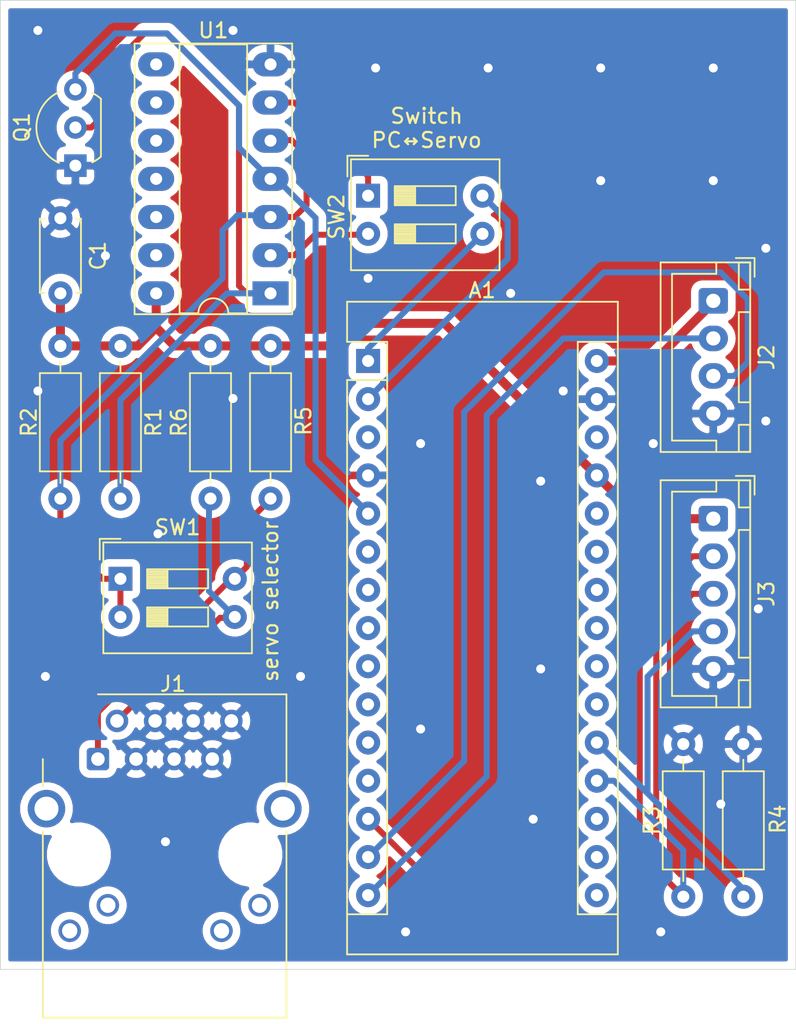
<source format=kicad_pcb>
(kicad_pcb (version 20171130) (host pcbnew "(5.1.5)-2")
  (title_block (title circuit_master_ver.2.0.0) (date 2020-02-28))
  (layers (0 F.Cu signal) (31 B.Cu signal) (34 B.Paste user) (35 F.Paste user) (36 B.SilkS user) (37 F.SilkS user) (38 B.Mask user) (39 F.Mask user) (44 Edge.Cuts user))
  (net 0 "")
  (net 1 "Net-(A1-Pad1)")
  (net 2 "Net-(A1-Pad2)")
  (net 3 /Joystick_x)
  (net 4 GND)
  (net 5 /Joystick_y)
  (net 6 "Net-(A1-Pad5)")
  (net 7 /I2C_SDA)
  (net 8 /+5V)
  (net 9 /I2C_SCL)
  (net 10 /Joystick_Switch)
  (net 11 VCC)
  (net 12 /ICS_OutPut1)
  (net 13 /ICS_OutPut2)
  (net 14 "Net-(R2-Pad1)")
  (net 15 "Net-(Q1-Pad2)")
  (net 16 "Net-(SW2-Pad2)")
  (net 17 "Net-(SW2-Pad1)")
  (module Module:Arduino_Nano (layer F.Cu) (at 59.5 134.5)
    (fp_text reference A1 (at 7.6 -4.7) (layer F.SilkS))
    (fp_text value Arduino_Nano_v3.0)
    (fp_line (start 1.27 1.27) (end 1.27 -1.27) (layer F.SilkS) (width 0.12))
    (fp_line (start 1.27 -1.27) (end -1.4 -1.27) (layer F.SilkS) (width 0.12))
    (fp_line (start -1.4 1.27) (end -1.4 39.5) (layer F.SilkS) (width 0.12))
    (fp_line (start -1.4 -3.94) (end -1.4 -1.27) (layer F.SilkS) (width 0.12))
    (fp_line (start 13.97 -1.27) (end 16.64 -1.27) (layer F.SilkS) (width 0.12))
    (fp_line (start 13.97 -1.27) (end 13.97 36.83) (layer F.SilkS) (width 0.12))
    (fp_line (start 13.97 36.83) (end 16.64 36.83) (layer F.SilkS) (width 0.12))
    (fp_line (start 1.27 1.27) (end -1.4 1.27) (layer F.SilkS) (width 0.12))
    (fp_line (start 1.27 1.27) (end 1.27 36.83) (layer F.SilkS) (width 0.12))
    (fp_line (start 1.27 36.83) (end -1.4 36.83) (layer F.SilkS) (width 0.12))
    (fp_line (start -1.4 39.5) (end 16.64 39.5) (layer F.SilkS) (width 0.12))
    (fp_line (start 16.64 39.5) (end 16.64 -3.94) (layer F.SilkS) (width 0.12))
    (fp_line (start 16.64 -3.94) (end -1.4 -3.94) (layer F.SilkS) (width 0.12))
    (pad 1 thru_hole rect (at 0 0) (size 1.6 1.6) (drill 0.8) (layers *.Cu *.Mask) (net 1 "Net-(A1-Pad1)"))
    (pad 17 thru_hole oval (at 15.24 33.02) (size 1.6 1.6) (drill 0.8) (layers *.Cu *.Mask))
    (pad 2 thru_hole oval (at 0 2.54) (size 1.6 1.6) (drill 0.8) (layers *.Cu *.Mask) (net 2 "Net-(A1-Pad2)"))
    (pad 18 thru_hole oval (at 15.24 30.48) (size 1.6 1.6) (drill 0.8) (layers *.Cu *.Mask))
    (pad 3 thru_hole oval (at 0 5.08) (size 1.6 1.6) (drill 0.8) (layers *.Cu *.Mask))
    (pad 19 thru_hole oval (at 15.24 27.94) (size 1.6 1.6) (drill 0.8) (layers *.Cu *.Mask) (net 3 /Joystick_x))
    (pad 4 thru_hole oval (at 0 7.62) (size 1.6 1.6) (drill 0.8) (layers *.Cu *.Mask) (net 4 GND))
    (pad 20 thru_hole oval (at 15.24 25.4) (size 1.6 1.6) (drill 0.8) (layers *.Cu *.Mask) (net 5 /Joystick_y))
    (pad 5 thru_hole oval (at 0 10.16) (size 1.6 1.6) (drill 0.8) (layers *.Cu *.Mask) (net 6 "Net-(A1-Pad5)"))
    (pad 21 thru_hole oval (at 15.24 22.86) (size 1.6 1.6) (drill 0.8) (layers *.Cu *.Mask))
    (pad 6 thru_hole oval (at 0 12.7) (size 1.6 1.6) (drill 0.8) (layers *.Cu *.Mask))
    (pad 22 thru_hole oval (at 15.24 20.32) (size 1.6 1.6) (drill 0.8) (layers *.Cu *.Mask))
    (pad 7 thru_hole oval (at 0 15.24) (size 1.6 1.6) (drill 0.8) (layers *.Cu *.Mask))
    (pad 23 thru_hole oval (at 15.24 17.78) (size 1.6 1.6) (drill 0.8) (layers *.Cu *.Mask))
    (pad 8 thru_hole oval (at 0 17.78) (size 1.6 1.6) (drill 0.8) (layers *.Cu *.Mask))
    (pad 24 thru_hole oval (at 15.24 15.24) (size 1.6 1.6) (drill 0.8) (layers *.Cu *.Mask))
    (pad 9 thru_hole oval (at 0 20.32) (size 1.6 1.6) (drill 0.8) (layers *.Cu *.Mask))
    (pad 25 thru_hole oval (at 15.24 12.7) (size 1.6 1.6) (drill 0.8) (layers *.Cu *.Mask))
    (pad 10 thru_hole oval (at 0 22.86) (size 1.6 1.6) (drill 0.8) (layers *.Cu *.Mask))
    (pad 26 thru_hole oval (at 15.24 10.16) (size 1.6 1.6) (drill 0.8) (layers *.Cu *.Mask))
    (pad 11 thru_hole oval (at 0 25.4) (size 1.6 1.6) (drill 0.8) (layers *.Cu *.Mask))
    (pad 27 thru_hole oval (at 15.24 7.62) (size 1.6 1.6) (drill 0.8) (layers *.Cu *.Mask) (net 8 /+5V))
    (pad 12 thru_hole oval (at 0 27.94) (size 1.6 1.6) (drill 0.8) (layers *.Cu *.Mask))
    (pad 28 thru_hole oval (at 15.24 5.08) (size 1.6 1.6) (drill 0.8) (layers *.Cu *.Mask))
    (pad 13 thru_hole oval (at 0 30.48) (size 1.6 1.6) (drill 0.8) (layers *.Cu *.Mask) (net 10 /Joystick_Switch))
    (pad 29 thru_hole oval (at 15.24 2.54) (size 1.6 1.6) (drill 0.8) (layers *.Cu *.Mask) (net 4 GND))
    (pad 14 thru_hole oval (at 0 33.02) (size 1.6 1.6) (drill 0.8) (layers *.Cu *.Mask) (net 7 /I2C_SDA))
    (pad 30 thru_hole oval (at 15.24 0) (size 1.6 1.6) (drill 0.8) (layers *.Cu *.Mask) (net 11 VCC))
    (pad 15 thru_hole oval (at 0 35.56) (size 1.6 1.6) (drill 0.8) (layers *.Cu *.Mask) (net 9 /I2C_SCL))
    (pad 16 thru_hole oval (at 15.24 35.56) (size 1.6 1.6) (drill 0.8) (layers *.Cu *.Mask))
  )
  (module Capacitor_THT:C_Disc_D4.7mm_W2.5mm_P5.00mm (layer F.Cu) (at 39 125 270)
    (fp_text reference C1 (at 2.5 -2.5 90) (layer F.SilkS))
    (fp_text value 0.1)
    (fp_line (start 0.03 -1.37) (end 4.97 -1.37) (layer F.SilkS) (width 0.12))
    (fp_line (start 0.03 1.37) (end 4.97 1.37) (layer F.SilkS) (width 0.12))
    (fp_line (start 0.03 -1.37) (end 0.03 -1.055) (layer F.SilkS) (width 0.12))
    (fp_line (start 0.03 1.055) (end 0.03 1.37) (layer F.SilkS) (width 0.12))
    (fp_line (start 4.97 -1.37) (end 4.97 -1.055) (layer F.SilkS) (width 0.12))
    (fp_line (start 4.97 1.055) (end 4.97 1.37) (layer F.SilkS) (width 0.12))
    (pad 1 thru_hole circle (at 0 0 270) (size 1.6 1.6) (drill 0.8) (layers *.Cu *.Mask) (net 4 GND))
    (pad 2 thru_hole circle (at 5 0 270) (size 1.6 1.6) (drill 0.8) (layers *.Cu *.Mask) (net 8 /+5V))
  )
  (module Connector_RJ:RJ45_Cetus_J1B1211CCD_Horizontal (layer F.Cu) (at 41.5 161)
    (fp_text reference J1 (at 5 -5) (layer F.SilkS))
    (fp_text value 8P8C_LED)
    (fp_line (start 0 -4.31) (end 12.56 -4.31) (layer F.SilkS) (width 0.12))
    (fp_line (start 12.56 -4.31) (end 12.56 1.81) (layer F.SilkS) (width 0.12))
    (fp_line (start -3.67 0) (end -3.67 1.81) (layer F.SilkS) (width 0.12))
    (fp_line (start -3.67 4.8) (end -3.67 17.21) (layer F.SilkS) (width 0.12))
    (fp_line (start 12.56 17.21) (end -3.67 17.21) (layer F.SilkS) (width 0.12))
    (fp_line (start 12.56 4.79) (end 12.56 17.21) (layer F.SilkS) (width 0.12))
    (pad "" np_thru_hole circle (at 10.16 6.35) (size 3.25 3.25) (drill 3.25) (layers *.Cu *.Mask))
    (pad "" np_thru_hole circle (at -1.27 6.35) (size 3.25 3.25) (drill 3.25) (layers *.Cu *.Mask))
    (pad 1 thru_hole roundrect (at 0 0) (size 1.5 1.5) (drill 0.9) (layers *.Cu *.Mask) (roundrect_rratio 0.167) (net 12 /ICS_OutPut1))
    (pad 2 thru_hole circle (at 1.27 -2.54) (size 1.5 1.5) (drill 0.9) (layers *.Cu *.Mask) (net 13 /ICS_OutPut2))
    (pad 3 thru_hole circle (at 2.54 0) (size 1.5 1.5) (drill 0.9) (layers *.Cu *.Mask) (net 4 GND))
    (pad 4 thru_hole circle (at 3.81 -2.54) (size 1.5 1.5) (drill 0.9) (layers *.Cu *.Mask) (net 4 GND))
    (pad 5 thru_hole circle (at 5.08 0) (size 1.5 1.5) (drill 0.9) (layers *.Cu *.Mask) (net 4 GND))
    (pad 6 thru_hole circle (at 6.35 -2.54) (size 1.5 1.5) (drill 0.9) (layers *.Cu *.Mask) (net 4 GND))
    (pad 7 thru_hole circle (at 7.62 0) (size 1.5 1.5) (drill 0.9) (layers *.Cu *.Mask) (net 4 GND))
    (pad 13 thru_hole circle (at -3.43 3.3) (size 2.5 2.5) (drill 1.6) (layers *.Cu *.Mask))
    (pad 8 thru_hole circle (at 8.89 -2.54) (size 1.5 1.5) (drill 0.9) (layers *.Cu *.Mask) (net 4 GND))
    (pad 13 thru_hole circle (at 12.32 3.3) (size 2.5 2.5) (drill 1.6) (layers *.Cu *.Mask))
    (pad 9 thru_hole circle (at -1.88 11.43) (size 1.5 1.5) (drill 1.02) (layers *.Cu *.Mask))
    (pad 10 thru_hole circle (at 0.66 9.73) (size 1.5 1.5) (drill 1.02) (layers *.Cu *.Mask))
    (pad 12 thru_hole circle (at 10.77 9.73) (size 1.5 1.5) (drill 1.02) (layers *.Cu *.Mask))
    (pad 11 thru_hole circle (at 8.23 11.43) (size 1.5 1.5) (drill 1.02) (layers *.Cu *.Mask))
  )
  (module Connector_JST:JST_XH_B4B-XH-A_1x04_P2.50mm_Vertical (layer F.Cu) (at 82.5 130.5 270)
    (fp_text reference J2 (at 3.75 -3.55 90) (layer F.SilkS))
    (fp_text value Conn_XH4p)
    (fp_line (start -2.56 -2.46) (end -2.56 3.51) (layer F.SilkS) (width 0.12))
    (fp_line (start -2.56 3.51) (end 10.06 3.51) (layer F.SilkS) (width 0.12))
    (fp_line (start 10.06 3.51) (end 10.06 -2.46) (layer F.SilkS) (width 0.12))
    (fp_line (start 10.06 -2.46) (end -2.56 -2.46) (layer F.SilkS) (width 0.12))
    (fp_line (start 0.75 -2.45) (end 0.75 -1.7) (layer F.SilkS) (width 0.12))
    (fp_line (start 0.75 -1.7) (end 6.75 -1.7) (layer F.SilkS) (width 0.12))
    (fp_line (start 6.75 -1.7) (end 6.75 -2.45) (layer F.SilkS) (width 0.12))
    (fp_line (start 6.75 -2.45) (end 0.75 -2.45) (layer F.SilkS) (width 0.12))
    (fp_line (start -2.55 -2.45) (end -2.55 -1.7) (layer F.SilkS) (width 0.12))
    (fp_line (start -2.55 -1.7) (end -0.75 -1.7) (layer F.SilkS) (width 0.12))
    (fp_line (start -0.75 -1.7) (end -0.75 -2.45) (layer F.SilkS) (width 0.12))
    (fp_line (start -0.75 -2.45) (end -2.55 -2.45) (layer F.SilkS) (width 0.12))
    (fp_line (start 8.25 -2.45) (end 8.25 -1.7) (layer F.SilkS) (width 0.12))
    (fp_line (start 8.25 -1.7) (end 10.05 -1.7) (layer F.SilkS) (width 0.12))
    (fp_line (start 10.05 -1.7) (end 10.05 -2.45) (layer F.SilkS) (width 0.12))
    (fp_line (start 10.05 -2.45) (end 8.25 -2.45) (layer F.SilkS) (width 0.12))
    (fp_line (start -2.55 -0.2) (end -1.8 -0.2) (layer F.SilkS) (width 0.12))
    (fp_line (start -1.8 -0.2) (end -1.8 2.75) (layer F.SilkS) (width 0.12))
    (fp_line (start -1.8 2.75) (end 3.75 2.75) (layer F.SilkS) (width 0.12))
    (fp_line (start 10.05 -0.2) (end 9.3 -0.2) (layer F.SilkS) (width 0.12))
    (fp_line (start 9.3 -0.2) (end 9.3 2.75) (layer F.SilkS) (width 0.12))
    (fp_line (start 9.3 2.75) (end 3.75 2.75) (layer F.SilkS) (width 0.12))
    (fp_line (start -1.6 -2.75) (end -2.85 -2.75) (layer F.SilkS) (width 0.12))
    (fp_line (start -2.85 -2.75) (end -2.85 -1.5) (layer F.SilkS) (width 0.12))
    (pad 1 thru_hole roundrect (at 0 0 270) (size 1.7 1.95) (drill 0.95) (layers *.Cu *.Mask) (roundrect_rratio 0.147059) (net 11 VCC))
    (pad 2 thru_hole oval (at 2.5 0 270) (size 1.7 1.95) (drill 0.95) (layers *.Cu *.Mask) (net 9 /I2C_SCL))
    (pad 3 thru_hole oval (at 5 0 270) (size 1.7 1.95) (drill 0.95) (layers *.Cu *.Mask) (net 7 /I2C_SDA))
    (pad 4 thru_hole oval (at 7.5 0 270) (size 1.7 1.95) (drill 0.95) (layers *.Cu *.Mask) (net 4 GND))
  )
  (module Connector_JST:JST_XH_B5B-XH-A_1x05_P2.50mm_Vertical (layer F.Cu) (at 82.5 145 270)
    (fp_text reference J3 (at 5 -3.55 90) (layer F.SilkS))
    (fp_text value Conn_XH5p)
    (fp_line (start -2.56 -2.46) (end -2.56 3.51) (layer F.SilkS) (width 0.12))
    (fp_line (start -2.56 3.51) (end 12.56 3.51) (layer F.SilkS) (width 0.12))
    (fp_line (start 12.56 3.51) (end 12.56 -2.46) (layer F.SilkS) (width 0.12))
    (fp_line (start 12.56 -2.46) (end -2.56 -2.46) (layer F.SilkS) (width 0.12))
    (fp_line (start 0.75 -2.45) (end 0.75 -1.7) (layer F.SilkS) (width 0.12))
    (fp_line (start 0.75 -1.7) (end 9.25 -1.7) (layer F.SilkS) (width 0.12))
    (fp_line (start 9.25 -1.7) (end 9.25 -2.45) (layer F.SilkS) (width 0.12))
    (fp_line (start 9.25 -2.45) (end 0.75 -2.45) (layer F.SilkS) (width 0.12))
    (fp_line (start -2.55 -2.45) (end -2.55 -1.7) (layer F.SilkS) (width 0.12))
    (fp_line (start -2.55 -1.7) (end -0.75 -1.7) (layer F.SilkS) (width 0.12))
    (fp_line (start -0.75 -1.7) (end -0.75 -2.45) (layer F.SilkS) (width 0.12))
    (fp_line (start -0.75 -2.45) (end -2.55 -2.45) (layer F.SilkS) (width 0.12))
    (fp_line (start 10.75 -2.45) (end 10.75 -1.7) (layer F.SilkS) (width 0.12))
    (fp_line (start 10.75 -1.7) (end 12.55 -1.7) (layer F.SilkS) (width 0.12))
    (fp_line (start 12.55 -1.7) (end 12.55 -2.45) (layer F.SilkS) (width 0.12))
    (fp_line (start 12.55 -2.45) (end 10.75 -2.45) (layer F.SilkS) (width 0.12))
    (fp_line (start -2.55 -0.2) (end -1.8 -0.2) (layer F.SilkS) (width 0.12))
    (fp_line (start -1.8 -0.2) (end -1.8 2.75) (layer F.SilkS) (width 0.12))
    (fp_line (start -1.8 2.75) (end 5 2.75) (layer F.SilkS) (width 0.12))
    (fp_line (start 12.55 -0.2) (end 11.8 -0.2) (layer F.SilkS) (width 0.12))
    (fp_line (start 11.8 -0.2) (end 11.8 2.75) (layer F.SilkS) (width 0.12))
    (fp_line (start 11.8 2.75) (end 5 2.75) (layer F.SilkS) (width 0.12))
    (fp_line (start -1.6 -2.75) (end -2.85 -2.75) (layer F.SilkS) (width 0.12))
    (fp_line (start -2.85 -2.75) (end -2.85 -1.5) (layer F.SilkS) (width 0.12))
    (pad 1 thru_hole roundrect (at 0 0 270) (size 1.7 1.95) (drill 0.95) (layers *.Cu *.Mask) (roundrect_rratio 0.147059) (net 8 /+5V))
    (pad 2 thru_hole oval (at 2.5 0 270) (size 1.7 1.95) (drill 0.95) (layers *.Cu *.Mask) (net 10 /Joystick_Switch))
    (pad 3 thru_hole oval (at 5 0 270) (size 1.7 1.95) (drill 0.95) (layers *.Cu *.Mask) (net 3 /Joystick_x))
    (pad 4 thru_hole oval (at 7.5 0 270) (size 1.7 1.95) (drill 0.95) (layers *.Cu *.Mask) (net 5 /Joystick_y))
    (pad 5 thru_hole oval (at 10 0 270) (size 1.7 1.95) (drill 0.95) (layers *.Cu *.Mask) (net 4 GND))
  )
  (module Package_TO_SOT_THT:TO-92L_Inline_Wide (layer F.Cu) (at 40 121.5 90)
    (fp_text reference Q1 (at 2.54 -3.56 90) (layer F.SilkS))
    (fp_text value DTC114EL)
    (fp_line (start 0.6 1.7) (end 4.45 1.7) (layer F.SilkS) (width 0.12))
    (fp_arc (start 2.54 0) (end 0.6 1.7) (angle 15.44288892) (layer F.SilkS) (width 0.12))
    (fp_arc (start 2.54 0) (end 2.54 -2.6) (angle -65) (layer F.SilkS) (width 0.12))
    (fp_arc (start 2.54 0) (end 2.54 -2.6) (angle 65) (layer F.SilkS) (width 0.12))
    (fp_arc (start 2.54 0) (end 4.45 1.7) (angle -15.88591585) (layer F.SilkS) (width 0.12))
    (pad 2 thru_hole circle (at 2.54 0 180) (size 1.5 1.5) (drill 0.8) (layers *.Cu *.Mask) (net 15 "Net-(Q1-Pad2)"))
    (pad 3 thru_hole circle (at 5.08 0 180) (size 1.5 1.5) (drill 0.8) (layers *.Cu *.Mask) (net 6 "Net-(A1-Pad5)"))
    (pad 1 thru_hole rect (at 0 0 180) (size 1.5 1.5) (drill 0.8) (layers *.Cu *.Mask) (net 4 GND))
  )
  (module Resistor_THT:R_Axial_DIN0207_L6.3mm_D2.5mm_P10.16mm_Horizontal (layer F.Cu) (at 43 143.66 90)
    (fp_text reference R1 (at 5.08 2.2 90) (layer F.SilkS))
    (fp_text value 10k)
    (fp_line (start 1.81 -1.37) (end 1.81 1.37) (layer F.SilkS) (width 0.12))
    (fp_line (start 1.81 1.37) (end 8.35 1.37) (layer F.SilkS) (width 0.12))
    (fp_line (start 8.35 1.37) (end 8.35 -1.37) (layer F.SilkS) (width 0.12))
    (fp_line (start 8.35 -1.37) (end 1.81 -1.37) (layer F.SilkS) (width 0.12))
    (fp_line (start 1.04 0) (end 1.81 0) (layer F.SilkS) (width 0.12))
    (fp_line (start 9.12 0) (end 8.35 0) (layer F.SilkS) (width 0.12))
    (pad 1 thru_hole circle (at 0 0 90) (size 1.6 1.6) (drill 0.8) (layers *.Cu *.Mask) (net 15 "Net-(Q1-Pad2)"))
    (pad 2 thru_hole oval (at 10.16 0 90) (size 1.6 1.6) (drill 0.8) (layers *.Cu *.Mask) (net 8 /+5V))
  )
  (module Resistor_THT:R_Axial_DIN0207_L6.3mm_D2.5mm_P10.16mm_Horizontal (layer F.Cu) (at 39 143.66 90)
    (fp_text reference R2 (at 5.08 -2.1 90) (layer F.SilkS))
    (fp_text value 6.8k)
    (fp_line (start 9.12 0) (end 8.35 0) (layer F.SilkS) (width 0.12))
    (fp_line (start 1.04 0) (end 1.81 0) (layer F.SilkS) (width 0.12))
    (fp_line (start 8.35 -1.37) (end 1.81 -1.37) (layer F.SilkS) (width 0.12))
    (fp_line (start 8.35 1.37) (end 8.35 -1.37) (layer F.SilkS) (width 0.12))
    (fp_line (start 1.81 1.37) (end 8.35 1.37) (layer F.SilkS) (width 0.12))
    (fp_line (start 1.81 -1.37) (end 1.81 1.37) (layer F.SilkS) (width 0.12))
    (pad 2 thru_hole oval (at 10.16 0 90) (size 1.6 1.6) (drill 0.8) (layers *.Cu *.Mask) (net 8 /+5V))
    (pad 1 thru_hole circle (at 0 0 90) (size 1.6 1.6) (drill 0.8) (layers *.Cu *.Mask) (net 14 "Net-(R2-Pad1)"))
  )
  (module Resistor_THT:R_Axial_DIN0207_L6.3mm_D2.5mm_P10.16mm_Horizontal (layer F.Cu) (at 80.5 160 270)
    (fp_text reference R3 (at 5.08 2.1 90) (layer F.SilkS))
    (fp_text value 68)
    (fp_line (start 9.12 0) (end 8.35 0) (layer F.SilkS) (width 0.12))
    (fp_line (start 1.04 0) (end 1.81 0) (layer F.SilkS) (width 0.12))
    (fp_line (start 8.35 -1.37) (end 1.81 -1.37) (layer F.SilkS) (width 0.12))
    (fp_line (start 8.35 1.37) (end 8.35 -1.37) (layer F.SilkS) (width 0.12))
    (fp_line (start 1.81 1.37) (end 8.35 1.37) (layer F.SilkS) (width 0.12))
    (fp_line (start 1.81 -1.37) (end 1.81 1.37) (layer F.SilkS) (width 0.12))
    (pad 2 thru_hole oval (at 10.16 0 270) (size 1.6 1.6) (drill 0.8) (layers *.Cu *.Mask) (net 3 /Joystick_x))
    (pad 1 thru_hole circle (at 0 0 270) (size 1.6 1.6) (drill 0.8) (layers *.Cu *.Mask) (net 4 GND))
  )
  (module Resistor_THT:R_Axial_DIN0207_L6.3mm_D2.5mm_P10.16mm_Horizontal (layer F.Cu) (at 84.5 170.16 90)
    (fp_text reference R4 (at 5.16 2.3 90) (layer F.SilkS))
    (fp_text value 68)
    (fp_line (start 1.81 -1.37) (end 1.81 1.37) (layer F.SilkS) (width 0.12))
    (fp_line (start 1.81 1.37) (end 8.35 1.37) (layer F.SilkS) (width 0.12))
    (fp_line (start 8.35 1.37) (end 8.35 -1.37) (layer F.SilkS) (width 0.12))
    (fp_line (start 8.35 -1.37) (end 1.81 -1.37) (layer F.SilkS) (width 0.12))
    (fp_line (start 1.04 0) (end 1.81 0) (layer F.SilkS) (width 0.12))
    (fp_line (start 9.12 0) (end 8.35 0) (layer F.SilkS) (width 0.12))
    (pad 1 thru_hole circle (at 0 0 90) (size 1.6 1.6) (drill 0.8) (layers *.Cu *.Mask) (net 5 /Joystick_y))
    (pad 2 thru_hole oval (at 10.16 0 90) (size 1.6 1.6) (drill 0.8) (layers *.Cu *.Mask) (net 4 GND))
  )
  (module Resistor_THT:R_Axial_DIN0207_L6.3mm_D2.5mm_P10.16mm_Horizontal (layer F.Cu) (at 53 143.66 90)
    (fp_text reference R5 (at 5.16 2.2 90) (layer F.SilkS))
    (fp_text value 6.8k)
    (fp_line (start 9.12 0) (end 8.35 0) (layer F.SilkS) (width 0.12))
    (fp_line (start 1.04 0) (end 1.81 0) (layer F.SilkS) (width 0.12))
    (fp_line (start 8.35 -1.37) (end 1.81 -1.37) (layer F.SilkS) (width 0.12))
    (fp_line (start 8.35 1.37) (end 8.35 -1.37) (layer F.SilkS) (width 0.12))
    (fp_line (start 1.81 1.37) (end 8.35 1.37) (layer F.SilkS) (width 0.12))
    (fp_line (start 1.81 -1.37) (end 1.81 1.37) (layer F.SilkS) (width 0.12))
    (pad 2 thru_hole oval (at 10.16 0 90) (size 1.6 1.6) (drill 0.8) (layers *.Cu *.Mask) (net 8 /+5V))
    (pad 1 thru_hole circle (at 0 0 90) (size 1.6 1.6) (drill 0.8) (layers *.Cu *.Mask) (net 12 /ICS_OutPut1))
  )
  (module Resistor_THT:R_Axial_DIN0207_L6.3mm_D2.5mm_P10.16mm_Horizontal (layer F.Cu) (at 49 133.5 270)
    (fp_text reference R6 (at 5.08 2.1 90) (layer F.SilkS))
    (fp_text value 6.8k)
    (fp_line (start 1.81 -1.37) (end 1.81 1.37) (layer F.SilkS) (width 0.12))
    (fp_line (start 1.81 1.37) (end 8.35 1.37) (layer F.SilkS) (width 0.12))
    (fp_line (start 8.35 1.37) (end 8.35 -1.37) (layer F.SilkS) (width 0.12))
    (fp_line (start 8.35 -1.37) (end 1.81 -1.37) (layer F.SilkS) (width 0.12))
    (fp_line (start 1.04 0) (end 1.81 0) (layer F.SilkS) (width 0.12))
    (fp_line (start 9.12 0) (end 8.35 0) (layer F.SilkS) (width 0.12))
    (pad 1 thru_hole circle (at 0 0 270) (size 1.6 1.6) (drill 0.8) (layers *.Cu *.Mask) (net 8 /+5V))
    (pad 2 thru_hole oval (at 10.16 0 270) (size 1.6 1.6) (drill 0.8) (layers *.Cu *.Mask) (net 13 /ICS_OutPut2))
  )
  (module Button_Switch_THT:SW_DIP_SPSTx02_Slide_9.78x7.26mm_W7.62mm_P2.54mm (layer F.Cu) (at 43 149)
    (fp_text reference SW1 (at 3.81 -3.42) (layer F.SilkS))
    (fp_text value SW_DIP_x02)
    (fp_line (start -1.14 -2.42) (end 8.76 -2.42) (layer F.SilkS) (width 0.12))
    (fp_line (start -1.14 4.96) (end 8.76 4.96) (layer F.SilkS) (width 0.12))
    (fp_line (start -1.14 -2.42) (end -1.14 4.96) (layer F.SilkS) (width 0.12))
    (fp_line (start 8.76 -2.42) (end 8.76 4.96) (layer F.SilkS) (width 0.12))
    (fp_line (start -1.38 -2.66) (end 0.004 -2.66) (layer F.SilkS) (width 0.12))
    (fp_line (start -1.38 -2.66) (end -1.38 -1.277) (layer F.SilkS) (width 0.12))
    (fp_line (start 1.78 -0.635) (end 1.78 0.635) (layer F.SilkS) (width 0.12))
    (fp_line (start 1.78 0.635) (end 5.84 0.635) (layer F.SilkS) (width 0.12))
    (fp_line (start 5.84 0.635) (end 5.84 -0.635) (layer F.SilkS) (width 0.12))
    (fp_line (start 5.84 -0.635) (end 1.78 -0.635) (layer F.SilkS) (width 0.12))
    (fp_line (start 1.78 -0.515) (end 3.133333 -0.515) (layer F.SilkS) (width 0.12))
    (fp_line (start 1.78 -0.395) (end 3.133333 -0.395) (layer F.SilkS) (width 0.12))
    (fp_line (start 1.78 -0.275) (end 3.133333 -0.275) (layer F.SilkS) (width 0.12))
    (fp_line (start 1.78 -0.155) (end 3.133333 -0.155) (layer F.SilkS) (width 0.12))
    (fp_line (start 1.78 -0.035) (end 3.133333 -0.035) (layer F.SilkS) (width 0.12))
    (fp_line (start 1.78 0.085) (end 3.133333 0.085) (layer F.SilkS) (width 0.12))
    (fp_line (start 1.78 0.205) (end 3.133333 0.205) (layer F.SilkS) (width 0.12))
    (fp_line (start 1.78 0.325) (end 3.133333 0.325) (layer F.SilkS) (width 0.12))
    (fp_line (start 1.78 0.445) (end 3.133333 0.445) (layer F.SilkS) (width 0.12))
    (fp_line (start 1.78 0.565) (end 3.133333 0.565) (layer F.SilkS) (width 0.12))
    (fp_line (start 3.133333 -0.635) (end 3.133333 0.635) (layer F.SilkS) (width 0.12))
    (fp_line (start 1.78 1.905) (end 1.78 3.175) (layer F.SilkS) (width 0.12))
    (fp_line (start 1.78 3.175) (end 5.84 3.175) (layer F.SilkS) (width 0.12))
    (fp_line (start 5.84 3.175) (end 5.84 1.905) (layer F.SilkS) (width 0.12))
    (fp_line (start 5.84 1.905) (end 1.78 1.905) (layer F.SilkS) (width 0.12))
    (fp_line (start 1.78 2.025) (end 3.133333 2.025) (layer F.SilkS) (width 0.12))
    (fp_line (start 1.78 2.145) (end 3.133333 2.145) (layer F.SilkS) (width 0.12))
    (fp_line (start 1.78 2.265) (end 3.133333 2.265) (layer F.SilkS) (width 0.12))
    (fp_line (start 1.78 2.385) (end 3.133333 2.385) (layer F.SilkS) (width 0.12))
    (fp_line (start 1.78 2.505) (end 3.133333 2.505) (layer F.SilkS) (width 0.12))
    (fp_line (start 1.78 2.625) (end 3.133333 2.625) (layer F.SilkS) (width 0.12))
    (fp_line (start 1.78 2.745) (end 3.133333 2.745) (layer F.SilkS) (width 0.12))
    (fp_line (start 1.78 2.865) (end 3.133333 2.865) (layer F.SilkS) (width 0.12))
    (fp_line (start 1.78 2.985) (end 3.133333 2.985) (layer F.SilkS) (width 0.12))
    (fp_line (start 1.78 3.105) (end 3.133333 3.105) (layer F.SilkS) (width 0.12))
    (fp_line (start 3.133333 1.905) (end 3.133333 3.175) (layer F.SilkS) (width 0.12))
    (pad 1 thru_hole rect (at 0 0) (size 1.6 1.6) (drill 0.8) (layers *.Cu *.Mask) (net 14 "Net-(R2-Pad1)"))
    (pad 3 thru_hole oval (at 7.62 2.54) (size 1.6 1.6) (drill 0.8) (layers *.Cu *.Mask) (net 13 /ICS_OutPut2))
    (pad 2 thru_hole oval (at 0 2.54) (size 1.6 1.6) (drill 0.8) (layers *.Cu *.Mask) (net 14 "Net-(R2-Pad1)"))
    (pad 4 thru_hole oval (at 7.62 0) (size 1.6 1.6) (drill 0.8) (layers *.Cu *.Mask) (net 12 /ICS_OutPut1))
  )
  (module Button_Switch_THT:SW_DIP_SPSTx02_Slide_9.78x7.26mm_W7.62mm_P2.54mm (layer F.Cu) (at 59.5 123.5)
    (fp_text reference SW2 (at -2.1 1.4 90) (layer F.SilkS))
    (fp_text value SW_DIP_x02)
    (fp_line (start 3.133333 1.905) (end 3.133333 3.175) (layer F.SilkS) (width 0.12))
    (fp_line (start 1.78 3.105) (end 3.133333 3.105) (layer F.SilkS) (width 0.12))
    (fp_line (start 1.78 2.985) (end 3.133333 2.985) (layer F.SilkS) (width 0.12))
    (fp_line (start 1.78 2.865) (end 3.133333 2.865) (layer F.SilkS) (width 0.12))
    (fp_line (start 1.78 2.745) (end 3.133333 2.745) (layer F.SilkS) (width 0.12))
    (fp_line (start 1.78 2.625) (end 3.133333 2.625) (layer F.SilkS) (width 0.12))
    (fp_line (start 1.78 2.505) (end 3.133333 2.505) (layer F.SilkS) (width 0.12))
    (fp_line (start 1.78 2.385) (end 3.133333 2.385) (layer F.SilkS) (width 0.12))
    (fp_line (start 1.78 2.265) (end 3.133333 2.265) (layer F.SilkS) (width 0.12))
    (fp_line (start 1.78 2.145) (end 3.133333 2.145) (layer F.SilkS) (width 0.12))
    (fp_line (start 1.78 2.025) (end 3.133333 2.025) (layer F.SilkS) (width 0.12))
    (fp_line (start 5.84 1.905) (end 1.78 1.905) (layer F.SilkS) (width 0.12))
    (fp_line (start 5.84 3.175) (end 5.84 1.905) (layer F.SilkS) (width 0.12))
    (fp_line (start 1.78 3.175) (end 5.84 3.175) (layer F.SilkS) (width 0.12))
    (fp_line (start 1.78 1.905) (end 1.78 3.175) (layer F.SilkS) (width 0.12))
    (fp_line (start 3.133333 -0.635) (end 3.133333 0.635) (layer F.SilkS) (width 0.12))
    (fp_line (start 1.78 0.565) (end 3.133333 0.565) (layer F.SilkS) (width 0.12))
    (fp_line (start 1.78 0.445) (end 3.133333 0.445) (layer F.SilkS) (width 0.12))
    (fp_line (start 1.78 0.325) (end 3.133333 0.325) (layer F.SilkS) (width 0.12))
    (fp_line (start 1.78 0.205) (end 3.133333 0.205) (layer F.SilkS) (width 0.12))
    (fp_line (start 1.78 0.085) (end 3.133333 0.085) (layer F.SilkS) (width 0.12))
    (fp_line (start 1.78 -0.035) (end 3.133333 -0.035) (layer F.SilkS) (width 0.12))
    (fp_line (start 1.78 -0.155) (end 3.133333 -0.155) (layer F.SilkS) (width 0.12))
    (fp_line (start 1.78 -0.275) (end 3.133333 -0.275) (layer F.SilkS) (width 0.12))
    (fp_line (start 1.78 -0.395) (end 3.133333 -0.395) (layer F.SilkS) (width 0.12))
    (fp_line (start 1.78 -0.515) (end 3.133333 -0.515) (layer F.SilkS) (width 0.12))
    (fp_line (start 5.84 -0.635) (end 1.78 -0.635) (layer F.SilkS) (width 0.12))
    (fp_line (start 5.84 0.635) (end 5.84 -0.635) (layer F.SilkS) (width 0.12))
    (fp_line (start 1.78 0.635) (end 5.84 0.635) (layer F.SilkS) (width 0.12))
    (fp_line (start 1.78 -0.635) (end 1.78 0.635) (layer F.SilkS) (width 0.12))
    (fp_line (start -1.38 -2.66) (end -1.38 -1.277) (layer F.SilkS) (width 0.12))
    (fp_line (start -1.38 -2.66) (end 0.004 -2.66) (layer F.SilkS) (width 0.12))
    (fp_line (start 8.76 -2.42) (end 8.76 4.96) (layer F.SilkS) (width 0.12))
    (fp_line (start -1.14 -2.42) (end -1.14 4.96) (layer F.SilkS) (width 0.12))
    (fp_line (start -1.14 4.96) (end 8.76 4.96) (layer F.SilkS) (width 0.12))
    (fp_line (start -1.14 -2.42) (end 8.76 -2.42) (layer F.SilkS) (width 0.12))
    (pad 4 thru_hole oval (at 7.62 0) (size 1.6 1.6) (drill 0.8) (layers *.Cu *.Mask) (net 2 "Net-(A1-Pad2)"))
    (pad 2 thru_hole oval (at 0 2.54) (size 1.6 1.6) (drill 0.8) (layers *.Cu *.Mask) (net 16 "Net-(SW2-Pad2)"))
    (pad 3 thru_hole oval (at 7.62 2.54) (size 1.6 1.6) (drill 0.8) (layers *.Cu *.Mask) (net 1 "Net-(A1-Pad1)"))
    (pad 1 thru_hole rect (at 0 0) (size 1.6 1.6) (drill 0.8) (layers *.Cu *.Mask) (net 17 "Net-(SW2-Pad1)"))
  )
  (module Package_DIP:DIP-14_W7.62mm_Socket_LongPads (layer F.Cu) (at 53 130 180)
    (fp_text reference U1 (at 3.81 17.5) (layer F.SilkS))
    (fp_text value 74LS125)
    (fp_arc (start 3.81 -1.33) (end 2.81 -1.33) (angle -180) (layer F.SilkS) (width 0.12))
    (fp_line (start 2.81 -1.33) (end 1.56 -1.33) (layer F.SilkS) (width 0.12))
    (fp_line (start 1.56 -1.33) (end 1.56 16.57) (layer F.SilkS) (width 0.12))
    (fp_line (start 1.56 16.57) (end 6.06 16.57) (layer F.SilkS) (width 0.12))
    (fp_line (start 6.06 16.57) (end 6.06 -1.33) (layer F.SilkS) (width 0.12))
    (fp_line (start 6.06 -1.33) (end 4.81 -1.33) (layer F.SilkS) (width 0.12))
    (fp_line (start -1.44 -1.39) (end -1.44 16.63) (layer F.SilkS) (width 0.12))
    (fp_line (start -1.44 16.63) (end 9.06 16.63) (layer F.SilkS) (width 0.12))
    (fp_line (start 9.06 16.63) (end 9.06 -1.39) (layer F.SilkS) (width 0.12))
    (fp_line (start 9.06 -1.39) (end -1.44 -1.39) (layer F.SilkS) (width 0.12))
    (pad 1 thru_hole rect (at 0 0 180) (size 2.4 1.6) (drill 0.8) (layers *.Cu *.Mask) (net 15 "Net-(Q1-Pad2)"))
    (pad 8 thru_hole oval (at 7.62 15.24 180) (size 2.4 1.6) (drill 0.8) (layers *.Cu *.Mask))
    (pad 2 thru_hole oval (at 0 2.54 180) (size 2.4 1.6) (drill 0.8) (layers *.Cu *.Mask) (net 16 "Net-(SW2-Pad2)"))
    (pad 9 thru_hole oval (at 7.62 12.7 180) (size 2.4 1.6) (drill 0.8) (layers *.Cu *.Mask))
    (pad 3 thru_hole oval (at 0 5.08 180) (size 2.4 1.6) (drill 0.8) (layers *.Cu *.Mask) (net 14 "Net-(R2-Pad1)"))
    (pad 10 thru_hole oval (at 7.62 10.16 180) (size 2.4 1.6) (drill 0.8) (layers *.Cu *.Mask))
    (pad 4 thru_hole oval (at 0 7.62 180) (size 2.4 1.6) (drill 0.8) (layers *.Cu *.Mask) (net 6 "Net-(A1-Pad5)"))
    (pad 11 thru_hole oval (at 7.62 7.62 180) (size 2.4 1.6) (drill 0.8) (layers *.Cu *.Mask))
    (pad 5 thru_hole oval (at 0 10.16 180) (size 2.4 1.6) (drill 0.8) (layers *.Cu *.Mask) (net 14 "Net-(R2-Pad1)"))
    (pad 12 thru_hole oval (at 7.62 5.08 180) (size 2.4 1.6) (drill 0.8) (layers *.Cu *.Mask))
    (pad 6 thru_hole oval (at 0 12.7 180) (size 2.4 1.6) (drill 0.8) (layers *.Cu *.Mask) (net 17 "Net-(SW2-Pad1)"))
    (pad 13 thru_hole oval (at 7.62 2.54 180) (size 2.4 1.6) (drill 0.8) (layers *.Cu *.Mask))
    (pad 7 thru_hole oval (at 0 15.24 180) (size 2.4 1.6) (drill 0.8) (layers *.Cu *.Mask) (net 4 GND))
    (pad 14 thru_hole oval (at 7.62 0 180) (size 2.4 1.6) (drill 0.8) (layers *.Cu *.Mask) (net 8 /+5V))
  )
  (gr_text "servo selector" (at 53 150.5 90) (layer F.SilkS) (effects (font (size 1 1))))
  (gr_text "Switch\nPC↔Servo" (at 63.4 119) (layer F.SilkS) (effects (font (size 1 1))))
  (gr_line (start 35 110.5) (end 35 175) (layer Edge.Cuts) (width 0.05))
  (gr_line (start 88 110.5) (end 35 110.5) (layer Edge.Cuts) (width 0.05))
  (gr_line (start 88 175) (end 88 110.5) (layer Edge.Cuts) (width 0.05))
  (gr_line (start 35 175) (end 88 175) (layer Edge.Cuts) (width 0.05))
  (segment (start 67.12 126.04) (end 59.5 133.66) (width 0.4) (layer B.Cu) (net 1))
  (segment (start 59.5 133.66) (end 59.5 134.5) (width 0.4) (layer B.Cu) (net 1))
  (segment (start 67.12 123.5) (end 68.8 125.18) (width 0.4) (layer B.Cu) (net 2))
  (segment (start 68.8 127.700002) (end 59.500002 137) (width 0.4) (layer B.Cu) (net 2))
  (segment (start 68.8 125.18) (end 68.8 127.700002) (width 0.4) (layer B.Cu) (net 2))
  (segment (start 75.87137 162.44) (end 80.5 167.06863) (width 0.4) (layer B.Cu) (net 3))
  (segment (start 74.74 162.44) (end 75.87137 162.44) (width 0.4) (layer B.Cu) (net 3))
  (segment (start 80.5 167.06863) (end 80.5 170.1) (width 0.4) (layer B.Cu) (net 3))
  (segment (start 80.5 170.16) (end 78.7 168.36) (width 0.4) (layer F.Cu) (net 3))
  (segment (start 78.7 152.425) (end 81.125 150) (width 0.4) (layer F.Cu) (net 3))
  (segment (start 78.7 168.36) (end 78.7 152.425) (width 0.4) (layer F.Cu) (net 3))
  (segment (start 81.125 150) (end 82.5 150) (width 0.4) (layer F.Cu) (net 3))
  (via (at 82.5 115) (size 1.2) (drill 0.6) (layers F.Cu B.Cu) (net 4))
  (via (at 75 115) (size 1.2) (drill 0.6) (layers F.Cu B.Cu) (net 4))
  (via (at 67.5 115) (size 1.2) (drill 0.6) (layers F.Cu B.Cu) (net 4))
  (via (at 60 115) (size 1.2) (drill 0.6) (layers F.Cu B.Cu) (net 4))
  (via (at 75 122.5) (size 1.2) (drill 0.6) (layers F.Cu B.Cu) (net 4))
  (via (at 82.5 122.5) (size 1.2) (drill 0.6) (layers F.Cu B.Cu) (net 4))
  (via (at 69 130) (size 1.2) (drill 0.6) (layers F.Cu B.Cu) (net 4))
  (via (at 63 140) (size 1.2) (drill 0.6) (layers F.Cu B.Cu) (net 4))
  (via (at 63 159) (size 1.2) (drill 0.6) (layers F.Cu B.Cu) (net 4))
  (via (at 72.5 136.5) (size 1.2) (drill 0.6) (layers F.Cu B.Cu) (net 4))
  (via (at 71 142.5) (size 1.2) (drill 0.6) (layers F.Cu B.Cu) (net 4))
  (via (at 71 155) (size 1.2) (drill 0.6) (layers F.Cu B.Cu) (net 4))
  (via (at 70.5 165) (size 1.2) (drill 0.6) (layers F.Cu B.Cu) (net 4))
  (via (at 62 172.5) (size 1.2) (drill 0.6) (layers F.Cu B.Cu) (net 4))
  (via (at 79 172.5) (size 1.2) (drill 0.6) (layers F.Cu B.Cu) (net 4))
  (via (at 83 164) (size 1.2) (drill 0.6) (layers F.Cu B.Cu) (net 4))
  (via (at 85.5 151) (size 1.2) (drill 0.6) (layers F.Cu B.Cu) (net 4))
  (via (at 78.5 140) (size 1.2) (drill 0.6) (layers F.Cu B.Cu) (net 4))
  (via (at 86 138.5) (size 1.2) (drill 0.6) (layers F.Cu B.Cu) (net 4))
  (via (at 86 127) (size 1.2) (drill 0.6) (layers F.Cu B.Cu) (net 4))
  (via (at 46 166.5) (size 1.2) (drill 0.6) (layers F.Cu B.Cu) (net 4))
  (via (at 55 155.5) (size 1.2) (drill 0.6) (layers F.Cu B.Cu) (net 4))
  (via (at 38 155.5) (size 1.2) (drill 0.6) (layers F.Cu B.Cu) (net 4))
  (via (at 45.5 146) (size 1.2) (drill 0.6) (layers F.Cu B.Cu) (net 4))
  (via (at 50.5 137) (size 1.2) (drill 0.6) (layers F.Cu B.Cu) (net 4))
  (via (at 37.5 136.5) (size 1.2) (drill 0.6) (layers F.Cu B.Cu) (net 4))
  (via (at 42 127.5) (size 1.2) (drill 0.6) (layers F.Cu B.Cu) (net 4))
  (via (at 59.5 129) (size 1.2) (drill 0.6) (layers F.Cu B.Cu) (net 4))
  (via (at 50.5 112.5) (size 1.2) (drill 0.6) (layers F.Cu B.Cu) (net 4))
  (via (at 37.5 112.5) (size 1.2) (drill 0.6) (layers F.Cu B.Cu) (net 4))
  (segment (start 84.5 169.66) (end 84.5 170.1) (width 0.4) (layer B.Cu) (net 5))
  (segment (start 78.12 155.505) (end 81.125 152.5) (width 0.4) (layer B.Cu) (net 5))
  (segment (start 78.12 163.28) (end 78.12 155.505) (width 0.4) (layer B.Cu) (net 5))
  (segment (start 78.12 163.28) (end 84.5 169.66) (width 0.4) (layer B.Cu) (net 5))
  (segment (start 74.74 159.9) (end 78.12 163.28) (width 0.4) (layer B.Cu) (net 5))
  (segment (start 81.125 152.5) (end 82.5 152.5) (width 0.4) (layer B.Cu) (net 5))
  (segment (start 40 115.35934) (end 42.65934 112.7) (width 0.4) (layer B.Cu) (net 6))
  (segment (start 40 116.42) (end 40 115.35934) (width 0.4) (layer B.Cu) (net 6))
  (segment (start 42.65934 112.7) (end 46 112.7) (width 0.4) (layer B.Cu) (net 6))
  (segment (start 52.7 122.4) (end 53 122.4) (width 0.4) (layer B.Cu) (net 6))
  (segment (start 46 112.7) (end 46.1 112.7) (width 0.4) (layer B.Cu) (net 6))
  (segment (start 46.1 112.7) (end 50.9 117.5) (width 0.4) (layer B.Cu) (net 6))
  (segment (start 50.9 117.5) (end 50.9 120.3) (width 0.4) (layer B.Cu) (net 6))
  (segment (start 50.9 120.3) (end 53 122.4) (width 0.4) (layer B.Cu) (net 6))
  (segment (start 53.4 122.38) (end 56 124.98) (width 0.4) (layer B.Cu) (net 6))
  (segment (start 53 122.38) (end 53.4 122.38) (width 0.4) (layer B.Cu) (net 6))
  (segment (start 56 124.98) (end 56 141.1) (width 0.4) (layer B.Cu) (net 6))
  (segment (start 56 141.1) (end 59.5 144.6) (width 0.4) (layer B.Cu) (net 6))
  (segment (start 82.985678 128.6) (end 84.8 130.414322) (width 0.4) (layer B.Cu) (net 7))
  (segment (start 84.8 134.575) (end 83.875 135.5) (width 0.4) (layer B.Cu) (net 7))
  (segment (start 84.8 130.414322) (end 84.8 134.575) (width 0.4) (layer B.Cu) (net 7))
  (segment (start 83.875 135.5) (end 82.5 135.5) (width 0.4) (layer B.Cu) (net 7))
  (segment (start 59.5 167.52) (end 65.9 161.12) (width 0.4) (layer B.Cu) (net 7))
  (segment (start 65.9 161.12) (end 65.9 137.9) (width 0.4) (layer B.Cu) (net 7))
  (segment (start 82.985678 128.6) (end 76.1 128.6) (width 0.4) (layer B.Cu) (net 7))
  (segment (start 76.1 128.6) (end 75.2 128.6) (width 0.4) (layer B.Cu) (net 7))
  (segment (start 65.9 137.9) (end 75.2 128.6) (width 0.4) (layer B.Cu) (net 7))
  (segment (start 39 130) (end 39 133.5) (width 0.6) (layer F.Cu) (net 8))
  (segment (start 39 133.5) (end 42.9 133.5) (width 0.6) (layer F.Cu) (net 8))
  (segment (start 46.6 133.5) (end 49 133.5) (width 0.6) (layer F.Cu) (net 8))
  (segment (start 45.38 132.28) (end 45.38 130) (width 0.6) (layer F.Cu) (net 8))
  (segment (start 43 133.5) (end 44.16 133.5) (width 0.6) (layer F.Cu) (net 8))
  (segment (start 44.16 133.5) (end 45.38 132.28) (width 0.6) (layer F.Cu) (net 8))
  (segment (start 45.38 132.28) (end 46.6 133.5) (width 0.6) (layer F.Cu) (net 8))
  (segment (start 49 133.5) (end 53 133.5) (width 0.6) (layer F.Cu) (net 8))
  (segment (start 53 133.5) (end 56.9 133.5) (width 0.6) (layer F.Cu) (net 8))
  (segment (start 56.9 133.5) (end 58.4 132) (width 0.6) (layer F.Cu) (net 8))
  (segment (start 58.4 132) (end 64.6 132) (width 0.6) (layer F.Cu) (net 8))
  (segment (start 64.6 132) (end 74.7 142.1) (width 0.6) (layer F.Cu) (net 8))
  (segment (start 74.7 142.1) (end 77.6 145) (width 0.6) (layer F.Cu) (net 8))
  (segment (start 77.6 145) (end 82.5 145) (width 0.6) (layer F.Cu) (net 8))
  (segment (start 59.5 170.06) (end 67.4 162.16) (width 0.4) (layer B.Cu) (net 9))
  (segment (start 67.4 162.16) (end 67.4 138.1) (width 0.4) (layer B.Cu) (net 9))
  (segment (start 67.4 138.1) (end 72 133.5) (width 0.4) (layer B.Cu) (net 9))
  (segment (start 72 133.5) (end 72.5 133) (width 0.4) (layer B.Cu) (net 9))
  (segment (start 72.5 133) (end 82.5 133) (width 0.4) (layer B.Cu) (net 9))
  (segment (start 59.5 164.98) (end 66.42 171.9) (width 0.4) (layer F.Cu) (net 10))
  (segment (start 66.42 171.9) (end 75.8 171.9) (width 0.4) (layer F.Cu) (net 10))
  (segment (start 75.8 171.9) (end 77.6 170.1) (width 0.4) (layer F.Cu) (net 10))
  (segment (start 77.6 151.025) (end 81.125 147.5) (width 0.4) (layer F.Cu) (net 10))
  (segment (start 77.6 170.1) (end 77.6 151.025) (width 0.4) (layer F.Cu) (net 10))
  (segment (start 81.125 147.5) (end 82.5 147.5) (width 0.4) (layer F.Cu) (net 10))
  (segment (start 74.74 134.5) (end 78.6 134.5) (width 0.6) (layer F.Cu) (net 11))
  (segment (start 78.6 134.5) (end 82.5 130.6) (width 0.6) (layer F.Cu) (net 11))
  (segment (start 41.5 157.879998) (end 50.379998 149) (width 0.4) (layer F.Cu) (net 12))
  (segment (start 41.5 161) (end 41.5 157.879998) (width 0.4) (layer F.Cu) (net 12))
  (segment (start 50.379998 149) (end 50.6 149) (width 0.4) (layer F.Cu) (net 12))
  (segment (start 51.419999 148.200001) (end 51.419999 145.280001) (width 0.4) (layer F.Cu) (net 12))
  (segment (start 50.62 149) (end 51.419999 148.200001) (width 0.4) (layer F.Cu) (net 12))
  (segment (start 51.419999 145.280001) (end 53 143.7) (width 0.4) (layer F.Cu) (net 12))
  (segment (start 42.77 158.46) (end 49.63 151.6) (width 0.4) (layer F.Cu) (net 13))
  (segment (start 49.63 151.6) (end 50.6 151.6) (width 0.4) (layer F.Cu) (net 13))
  (segment (start 50.62 151.54) (end 48.9 149.82) (width 0.4) (layer B.Cu) (net 13))
  (segment (start 48.9 149.82) (end 48.9 143.6) (width 0.4) (layer B.Cu) (net 13))
  (segment (start 43 151.54) (end 43 149) (width 0.4) (layer F.Cu) (net 14))
  (segment (start 41.8 149) (end 39 146.2) (width 0.4) (layer F.Cu) (net 14))
  (segment (start 43 149) (end 41.8 149) (width 0.4) (layer F.Cu) (net 14))
  (segment (start 39 146.2) (end 39 143.7) (width 0.4) (layer F.Cu) (net 14))
  (segment (start 39 143.66) (end 39 139.8) (width 0.4) (layer B.Cu) (net 14))
  (segment (start 39 139.8) (end 48.5 130.3) (width 0.4) (layer B.Cu) (net 14))
  (segment (start 48.5 130.3) (end 49.8 129) (width 0.4) (layer B.Cu) (net 14))
  (segment (start 49.8 129) (end 49.8 126.4) (width 0.4) (layer B.Cu) (net 14))
  (segment (start 49.8 126.4) (end 49.8 125.8) (width 0.4) (layer B.Cu) (net 14))
  (segment (start 49.8 125.8) (end 50.7 124.9) (width 0.4) (layer B.Cu) (net 14))
  (segment (start 50.7 124.9) (end 50.8 124.8) (width 0.4) (layer B.Cu) (net 14))
  (segment (start 50.8 124.8) (end 53 124.8) (width 0.4) (layer B.Cu) (net 14))
  (segment (start 54.6 124.92) (end 55.4 124.12) (width 0.4) (layer F.Cu) (net 14))
  (segment (start 53 124.92) (end 54.6 124.92) (width 0.4) (layer F.Cu) (net 14))
  (segment (start 55.4 124.12) (end 55.4 120.8) (width 0.4) (layer F.Cu) (net 14))
  (segment (start 55.4 120.8) (end 54.4 119.8) (width 0.4) (layer F.Cu) (net 14))
  (segment (start 54.4 119.8) (end 53 119.8) (width 0.4) (layer F.Cu) (net 14))
  (segment (start 43 143.66) (end 43 137.575998) (width 0.4) (layer B.Cu) (net 15))
  (segment (start 43 137.575998) (end 43 137.1) (width 0.4) (layer B.Cu) (net 15))
  (segment (start 43 137.1) (end 48 132.1) (width 0.4) (layer B.Cu) (net 15))
  (segment (start 48 132.1) (end 50.1 130) (width 0.4) (layer B.Cu) (net 15))
  (segment (start 50.1 130) (end 53 130) (width 0.4) (layer B.Cu) (net 15))
  (segment (start 41.06066 118.96) (end 43.3 116.72066) (width 0.4) (layer F.Cu) (net 15))
  (segment (start 40 118.96) (end 41.06066 118.96) (width 0.4) (layer F.Cu) (net 15))
  (segment (start 43.3 116.72066) (end 43.3 114) (width 0.4) (layer F.Cu) (net 15))
  (segment (start 43.3 114) (end 44.6 112.7) (width 0.4) (layer F.Cu) (net 15))
  (segment (start 44.6 112.7) (end 46.1 112.7) (width 0.4) (layer F.Cu) (net 15))
  (segment (start 46.1 112.7) (end 50.9 117.5) (width 0.4) (layer F.Cu) (net 15))
  (segment (start 50.9 129.5) (end 51.4 130) (width 0.4) (layer F.Cu) (net 15))
  (segment (start 50.9 117.5) (end 50.9 129.5) (width 0.4) (layer F.Cu) (net 15))
  (segment (start 51.4 130) (end 53.1 130) (width 0.4) (layer F.Cu) (net 15))
  (segment (start 54.6 127.46) (end 55.96 126.1) (width 0.4) (layer F.Cu) (net 16))
  (segment (start 53 127.46) (end 54.6 127.46) (width 0.4) (layer F.Cu) (net 16))
  (segment (start 55.96 126.1) (end 59.5 126.1) (width 0.4) (layer F.Cu) (net 16))
  (segment (start 59.5 122.2) (end 54.6 117.3) (width 0.4) (layer F.Cu) (net 17))
  (segment (start 59.5 123.5) (end 59.5 122.2) (width 0.4) (layer F.Cu) (net 17))
  (segment (start 54.6 117.3) (end 53 117.3) (width 0.4) (layer F.Cu) (net 17))
  (zone (net 4) (net_name GND) (layer F.Cu) (connect_pads (clearance 0.508)) (min_thickness 0.254) (fill yes (arc_segments 32) (thermal_gap 0.508) (thermal_bridge_width 0.508))
    (polygon (pts (xy 87.5 174.5) (xy 35.5 174.5) (xy 35.5 111) (xy 87.5 111)))
  )
  (zone (net 4) (net_name GND) (layer B.Cu) (connect_pads (clearance 0.508)) (min_thickness 0.254) (fill yes (arc_segments 32) (thermal_gap 0.508) (thermal_bridge_width 0.508))
    (polygon (pts (xy 87.5 174.5) (xy 35.5 174.5) (xy 35.5 111) (xy 87.5 111)))
  )
)
</source>
